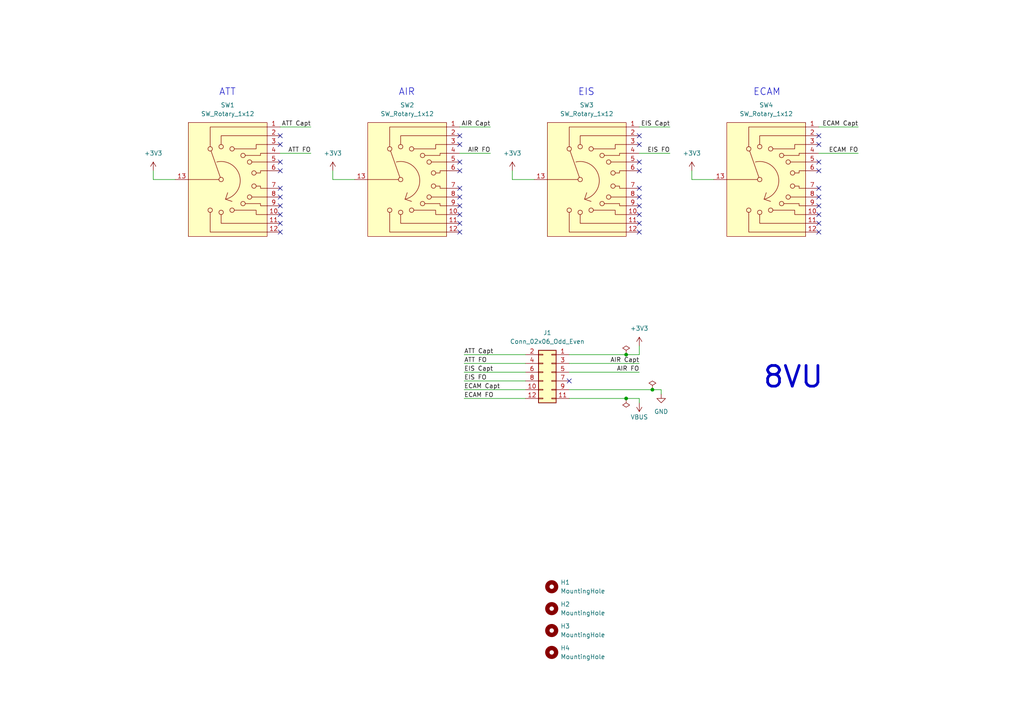
<source format=kicad_sch>
(kicad_sch (version 20231120) (generator "eeschema") (generator_version "8.0")
  (paper "A4")
  (lib_symbols
    (symbol "+3V3_1" (power) (pin_numbers hide) (pin_names (offset 0) hide)
      (property "Value" "+3V3" (at 0 3.556 0))
      (symbol "+3V3_1_0_1"
        (polyline (pts (xy -0.762 1.27) (xy 0 2.54)))
        (polyline (pts (xy 0 0) (xy 0 2.54)))
        (polyline (pts (xy 0 2.54) (xy 0.762 1.27)))
      )
      (symbol "+3V3_1_1_1"
        (pin power_in line (at 0 0 90) (length 0) (name "~") (number "1"))
      )
    )
    (symbol "+3V3_2" (power) (pin_numbers hide) (pin_names (offset 0) hide)
      (property "Value" "+3V3" (at 0 3.556 0))
      (symbol "+3V3_2_0_1"
        (polyline (pts (xy -0.762 1.27) (xy 0 2.54)))
        (polyline (pts (xy 0 0) (xy 0 2.54)))
        (polyline (pts (xy 0 2.54) (xy 0.762 1.27)))
      )
      (symbol "+3V3_2_1_1"
        (pin power_in line (at 0 0 90) (length 0) (name "~") (number "1"))
      )
    )
    (symbol "+3V3_3" (power) (pin_numbers hide) (pin_names (offset 0) hide)
      (property "Value" "+3V3" (at 0 3.556 0))
      (symbol "+3V3_3_0_1"
        (polyline (pts (xy -0.762 1.27) (xy 0 2.54)))
        (polyline (pts (xy 0 0) (xy 0 2.54)))
        (polyline (pts (xy 0 2.54) (xy 0.762 1.27)))
      )
      (symbol "+3V3_3_1_1"
        (pin power_in line (at 0 0 90) (length 0) (name "~") (number "1"))
      )
    )
    (symbol "+3V3_4" (power) (pin_numbers hide) (pin_names (offset 0) hide)
      (property "Value" "+3V3" (at 0 3.556 0))
      (symbol "+3V3_4_0_1"
        (polyline (pts (xy -0.762 1.27) (xy 0 2.54)))
        (polyline (pts (xy 0 0) (xy 0 2.54)))
        (polyline (pts (xy 0 2.54) (xy 0.762 1.27)))
      )
      (symbol "+3V3_4_1_1"
        (pin power_in line (at 0 0 90) (length 0) (name "~") (number "1"))
      )
    )
    (symbol "Connector_Generic:Conn_02x06_Odd_Even" (pin_names (offset 1.016) hide)
      (property "Reference" "J" (at 1.27 7.62 0))
      (property "Value" "Conn_02x06_Odd_Even" (at 1.27 -10.16 0))
      (symbol "Conn_02x06_Odd_Even_1_1"
        (rectangle (start -1.27 -7.493) (end 0 -7.747) (stroke (width 0.1524)))
        (rectangle (start -1.27 -4.953) (end 0 -5.207) (stroke (width 0.1524)))
        (rectangle (start -1.27 -2.413) (end 0 -2.667) (stroke (width 0.1524)))
        (rectangle (start -1.27 0.127) (end 0 -0.127) (stroke (width 0.1524)))
        (rectangle (start -1.27 2.667) (end 0 2.413) (stroke (width 0.1524)))
        (rectangle (start -1.27 5.207) (end 0 4.953) (stroke (width 0.1524)))
        (rectangle (start -1.27 6.35) (end 3.81 -8.89) (stroke (width 0.254)) (fill (type background)))
        (rectangle (start 3.81 -7.493) (end 2.54 -7.747) (stroke (width 0.1524)))
        (rectangle (start 3.81 -4.953) (end 2.54 -5.207) (stroke (width 0.1524)))
        (rectangle (start 3.81 -2.413) (end 2.54 -2.667) (stroke (width 0.1524)))
        (rectangle (start 3.81 0.127) (end 2.54 -0.127) (stroke (width 0.1524)))
        (rectangle (start 3.81 2.667) (end 2.54 2.413) (stroke (width 0.1524)))
        (rectangle (start 3.81 5.207) (end 2.54 4.953) (stroke (width 0.1524)))
        (pin passive line (at -5.08 5.08 0) (length 3.81) (name "Pin_1") (number "1"))
        (pin passive line (at 7.62 -5.08 180) (length 3.81) (name "Pin_10") (number "10"))
        (pin passive line (at -5.08 -7.62 0) (length 3.81) (name "Pin_11") (number "11"))
        (pin passive line (at 7.62 -7.62 180) (length 3.81) (name "Pin_12") (number "12"))
        (pin passive line (at 7.62 5.08 180) (length 3.81) (name "Pin_2") (number "2"))
        (pin passive line (at -5.08 2.54 0) (length 3.81) (name "Pin_3") (number "3"))
        (pin passive line (at 7.62 2.54 180) (length 3.81) (name "Pin_4") (number "4"))
        (pin passive line (at -5.08 0 0) (length 3.81) (name "Pin_5") (number "5"))
        (pin passive line (at 7.62 0 180) (length 3.81) (name "Pin_6") (number "6"))
        (pin passive line (at -5.08 -2.54 0) (length 3.81) (name "Pin_7") (number "7"))
        (pin passive line (at 7.62 -2.54 180) (length 3.81) (name "Pin_8") (number "8"))
        (pin passive line (at -5.08 -5.08 0) (length 3.81) (name "Pin_9") (number "9"))
      )
    )
    (symbol "Mechanical:MountingHole" (pin_names (offset 1.016))
      (property "Reference" "H" (at 0 5.08 0))
      (property "Value" "MountingHole" (at 0 3.175 0))
      (symbol "MountingHole_0_1"
        (circle (center 0 0) (radius 1.27) (stroke (width 1.27)))
      )
    )
    (symbol "Switch:SW_Rotary_1x12" (pin_names (offset 1.016) hide)
      (property "Reference" "SW" (at 0 17.78 0))
      (property "Value" "SW_Rotary_1x12" (at 0 -17.78 0))
      (symbol "SW_Rotary_1x12_0_0"
        (circle (center -5.08 -8.89) (radius 0.635))
        (circle (center -5.08 8.89) (radius 0.635))
        (circle (center -1.905 -9.525) (radius 0.635))
        (circle (center -1.905 0) (radius 0.635))
        (circle (center -1.905 9.525) (radius 0.635))
        (arc (start -0.635 -5.715) (mid 3.4777 0.949) (end -3.175 5.08))
        (polyline (pts (xy -2.1336 0.6096) (xy -4.826 8.2804)))
        (polyline (pts (xy -0.635 -5.715) (xy 0 -3.81)))
        (polyline (pts (xy -0.635 -5.715) (xy 1.27 -6.35)))
        (polyline (pts (xy 6.985 -5.08) (xy 11.43 -5.08)))
        (polyline (pts (xy 6.985 5.08) (xy 11.43 5.08)))
        (polyline (pts (xy -5.08 -9.525) (xy -5.08 -15.24) (xy 11.43 -15.24)))
        (polyline (pts (xy -5.08 9.525) (xy -5.08 15.24) (xy 11.43 15.24)))
        (polyline (pts (xy -1.905 -10.16) (xy -1.905 -12.7) (xy 11.43 -12.7)))
        (polyline (pts (xy -1.905 10.16) (xy -1.905 12.7) (xy 11.43 12.7)))
        (polyline (pts (xy 1.905 -8.89) (xy 8.255 -8.89) (xy 8.255 -10.16) (xy 11.43 -10.16)))
        (polyline (pts (xy 1.905 8.89) (xy 8.255 8.89) (xy 8.255 10.16) (xy 11.43 10.16)))
        (polyline (pts (xy 5.08 -6.985) (xy 9.525 -6.985) (xy 9.525 -7.62) (xy 11.43 -7.62)))
        (polyline (pts (xy 5.08 6.985) (xy 9.525 6.985) (xy 9.525 7.62) (xy 11.43 7.62)))
        (polyline (pts (xy 8.255 -1.905) (xy 9.525 -1.905) (xy 9.525 -2.54) (xy 11.43 -2.54)))
        (polyline (pts (xy 8.255 1.905) (xy 9.525 1.905) (xy 9.525 2.54) (xy 11.43 2.54)))
        (circle (center 1.27 -8.89) (radius 0.635))
        (circle (center 1.27 8.89) (radius 0.635))
        (circle (center 4.445 -6.985) (radius 0.635))
        (circle (center 4.445 6.985) (radius 0.635))
        (circle (center 6.35 -5.08) (radius 0.635))
        (circle (center 6.35 5.08) (radius 0.635))
        (circle (center 7.62 -1.905) (radius 0.635))
        (circle (center 7.62 1.905) (radius 0.635))
      )
      (symbol "SW_Rotary_1x12_1_1"
        (rectangle (start -11.43 16.51) (end 11.43 -16.51) (fill (type background)))
        (polyline (pts (xy -11.43 0) (xy -2.54 0)))
        (pin passive line (at 15.24 15.24 180) (length 3.81) (name "1") (number "1"))
        (pin passive line (at 15.24 -10.16 180) (length 3.81) (name "10") (number "10"))
        (pin passive line (at 15.24 -12.7 180) (length 3.81) (name "11") (number "11"))
        (pin passive line (at 15.24 -15.24 180) (length 3.81) (name "12") (number "12"))
        (pin passive line (at -15.24 0 0) (length 3.81) (name "13") (number "13"))
        (pin passive line (at 15.24 12.7 180) (length 3.81) (name "2") (number "2"))
        (pin passive line (at 15.24 10.16 180) (length 3.81) (name "3") (number "3"))
        (pin passive line (at 15.24 7.62 180) (length 3.81) (name "4") (number "4"))
        (pin passive line (at 15.24 5.08 180) (length 3.81) (name "5") (number "5"))
        (pin passive line (at 15.24 2.54 180) (length 3.81) (name "6") (number "6"))
        (pin passive line (at 15.24 -2.54 180) (length 3.81) (name "7") (number "7"))
        (pin passive line (at 15.24 -5.08 180) (length 3.81) (name "8") (number "8"))
        (pin passive line (at 15.24 -7.62 180) (length 3.81) (name "9") (number "9"))
      )
    )
    (symbol "power:+3V3" (power) (pin_numbers hide) (pin_names (offset 0) hide)
      (property "Value" "+3V3" (at 0 3.556 0))
      (symbol "+3V3_0_1"
        (polyline (pts (xy -0.762 1.27) (xy 0 2.54)))
        (polyline (pts (xy 0 0) (xy 0 2.54)))
        (polyline (pts (xy 0 2.54) (xy 0.762 1.27)))
      )
      (symbol "+3V3_1_1"
        (pin power_in line (at 0 0 90) (length 0) (name "~") (number "1"))
      )
    )
    (symbol "power:GND" (power) (pin_numbers hide) (pin_names (offset 0) hide)
      (property "Value" "GND" (at 0 -3.81 0))
      (symbol "GND_0_1"
        (polyline (pts (xy 0 0) (xy 0 -1.27) (xy 1.27 -1.27) (xy 0 -2.54) (xy -1.27 -1.27) (xy 0 -1.27)))
      )
      (symbol "GND_1_1"
        (pin power_in line (at 0 0 270) (length 0) (name "~") (number "1"))
      )
    )
    (symbol "power:PWR_FLAG" (power) (pin_numbers hide) (pin_names (offset 0) hide)
      (property "Value" "PWR_FLAG" (at 0 3.81 0))
      (symbol "PWR_FLAG_0_0"
        (pin power_out line (at 0 0 90) (length 0) (name "~") (number "1"))
      )
      (symbol "PWR_FLAG_0_1"
        (polyline (pts (xy 0 0) (xy 0 1.27) (xy -1.016 1.905) (xy 0 2.54) (xy 1.016 1.905) (xy 0 1.27)))
      )
    )
    (symbol "power:VBUS" (power) (pin_numbers hide) (pin_names (offset 0) hide)
      (property "Value" "VBUS" (at 0 3.556 0))
      (symbol "VBUS_0_1"
        (polyline (pts (xy -0.762 1.27) (xy 0 2.54)))
        (polyline (pts (xy 0 0) (xy 0 2.54)))
        (polyline (pts (xy 0 2.54) (xy 0.762 1.27)))
      )
      (symbol "VBUS_1_1"
        (pin power_in line (at 0 0 90) (length 0) (name "~") (number "1"))
      )
    )
  )
  (junction (at 189.23 113.03))
  (junction (at 181.61 102.87))
  (junction (at 181.61 115.57))
  (no_connect (at 185.42 62.23))
  (no_connect (at 185.42 57.15))
  (no_connect (at 133.35 41.91))
  (no_connect (at 81.28 67.31))
  (no_connect (at 237.49 62.23))
  (no_connect (at 237.49 49.53))
  (no_connect (at 81.28 57.15))
  (no_connect (at 237.49 64.77))
  (no_connect (at 185.42 46.99))
  (no_connect (at 133.35 67.31))
  (no_connect (at 237.49 46.99))
  (no_connect (at 185.42 59.69))
  (no_connect (at 81.28 46.99))
  (no_connect (at 237.49 57.15))
  (no_connect (at 81.28 59.69))
  (no_connect (at 133.35 46.99))
  (no_connect (at 133.35 57.15))
  (no_connect (at 133.35 59.69))
  (no_connect (at 185.42 67.31))
  (no_connect (at 237.49 59.69))
  (no_connect (at 237.49 39.37))
  (no_connect (at 81.28 49.53))
  (no_connect (at 185.42 54.61))
  (no_connect (at 185.42 64.77))
  (no_connect (at 81.28 64.77))
  (no_connect (at 133.35 54.61))
  (no_connect (at 81.28 62.23))
  (no_connect (at 81.28 54.61))
  (no_connect (at 81.28 39.37))
  (no_connect (at 237.49 67.31))
  (no_connect (at 133.35 62.23))
  (no_connect (at 81.28 41.91))
  (no_connect (at 237.49 41.91))
  (no_connect (at 133.35 64.77))
  (no_connect (at 133.35 49.53))
  (no_connect (at 185.42 41.91))
  (no_connect (at 185.42 49.53))
  (no_connect (at 237.49 54.61))
  (no_connect (at 165.1 110.49))
  (no_connect (at 133.35 39.37))
  (no_connect (at 185.42 39.37))
  (wire (pts (xy 165.1 115.57) (xy 181.61 115.57)))
  (wire (pts (xy 185.42 116.84) (xy 185.42 115.57)))
  (wire (pts (xy 165.1 113.03) (xy 189.23 113.03)))
  (wire (pts (xy 181.61 115.57) (xy 185.42 115.57)))
  (wire (pts (xy 165.1 107.95) (xy 185.42 107.95)))
  (wire (pts (xy 44.45 49.53) (xy 44.45 52.07)))
  (wire (pts (xy 165.1 102.87) (xy 181.61 102.87)))
  (wire (pts (xy 134.62 113.03) (xy 152.4 113.03)))
  (wire (pts (xy 191.77 113.03) (xy 191.77 114.3)))
  (wire (pts (xy 134.62 105.41) (xy 152.4 105.41)))
  (wire (pts (xy 237.49 44.45) (xy 248.92 44.45)))
  (wire (pts (xy 237.49 36.83) (xy 248.92 36.83)))
  (wire (pts (xy 44.45 52.07) (xy 50.8 52.07)))
  (wire (pts (xy 81.28 36.83) (xy 90.17 36.83)))
  (wire (pts (xy 134.62 107.95) (xy 152.4 107.95)))
  (wire (pts (xy 96.52 49.53) (xy 96.52 52.07)))
  (wire (pts (xy 134.62 115.57) (xy 152.4 115.57)))
  (wire (pts (xy 81.28 44.45) (xy 90.17 44.45)))
  (wire (pts (xy 185.42 36.83) (xy 194.31 36.83)))
  (wire (pts (xy 181.61 102.87) (xy 185.42 102.87)))
  (wire (pts (xy 133.35 44.45) (xy 142.24 44.45)))
  (wire (pts (xy 185.42 100.33) (xy 185.42 102.87)))
  (wire (pts (xy 148.59 49.53) (xy 148.59 52.07)))
  (wire (pts (xy 148.59 52.07) (xy 154.94 52.07)))
  (wire (pts (xy 200.66 52.07) (xy 207.01 52.07)))
  (wire (pts (xy 134.62 110.49) (xy 152.4 110.49)))
  (wire (pts (xy 133.35 36.83) (xy 142.24 36.83)))
  (wire (pts (xy 96.52 52.07) (xy 102.87 52.07)))
  (wire (pts (xy 185.42 44.45) (xy 194.31 44.45)))
  (wire (pts (xy 134.62 102.87) (xy 152.4 102.87)))
  (wire (pts (xy 200.66 49.53) (xy 200.66 52.07)))
  (wire (pts (xy 165.1 105.41) (xy 185.42 105.41)))
  (wire (pts (xy 189.23 113.03) (xy 191.77 113.03)))
  (text "AIR" (at 115.57 27.94 0) (effects (font (size 2 2)) (justify left bottom)))
  (text "8VU" (at 220.98 113.03 0) (effects (font (size 6 6) (thickness 0.8) (bold yes)) (justify left bottom)))
  (text "EIS" (at 167.64 27.94 0) (effects (font (size 2 2)) (justify left bottom)))
  (text "ECAM" (at 218.44 27.94 0) (effects (font (size 2 2)) (justify left bottom)))
  (text "ATT" (at 63.5 27.94 0) (effects (font (size 2 2)) (justify left bottom)))
  (label "EIS FO" (at 134.62 110.49 0))
  (label "AIR FO" (at 142.24 44.45 180))
  (label "ATT Capt" (at 90.17 36.83 180))
  (label "ECAM Capt" (at 134.62 113.03 0))
  (label "AIR Capt" (at 185.42 105.41 180))
  (label "ECAM Capt" (at 248.92 36.83 180))
  (label "EIS Capt" (at 194.31 36.83 180))
  (label "ATT FO" (at 134.62 105.41 0))
  (label "ECAM FO" (at 134.62 115.57 0))
  (label "AIR FO" (at 185.42 107.95 180))
  (label "EIS Capt" (at 134.62 107.95 0))
  (label "ECAM FO" (at 248.92 44.45 180))
  (label "AIR Capt" (at 142.24 36.83 180))
  (label "ATT FO" (at 90.17 44.45 180))
  (label "ATT Capt" (at 134.62 102.87 0))
  (label "EIS FO" (at 194.31 44.45 180))
  (symbol (lib_id "power:PWR_FLAG") (at 181.61 115.57 180) (unit 1)
    (property "Reference" "#FLG02" (effects (hide yes)))
    (property "Value" "PWR_FLAG" (effects (hide yes)))
    (property "Description" "Special symbol for telling ERC where power comes from" (effects (hide yes)))
  )
  (symbol (lib_id "power:VBUS") (at 185.42 116.84 180) (unit 1)
    (property "Reference" "#PWR012" (effects (hide yes)))
    (property "Value" "VBUS" (at 185.42 120.9731 0))
    (property "Description" "Power symbol creates a global label with name \"VBUS\"" (effects (hide yes)))
  )
  (symbol (lib_id "Mechanical:MountingHole") (at 160.02 182.88 0) (unit 1) (in_bom no)
    (property "Reference" "H3" (at 162.56 181.61 0) (effects (justify left)))
    (property "Value" "MountingHole" (at 162.56 184.15 0) (effects (justify left)))
    (property "Footprint" "MountingHole:MountingHole_2.2mm_M2" (effects (hide yes)))
  )
  (symbol (lib_id "Switch:SW_Rotary_1x12") (at 222.25 52.07 0) (unit 1)
    (property "Reference" "SW4" (at 222.25 30.48 0))
    (property "Value" "SW_Rotary_1x12" (at 222.25 33.02 0))
    (property "Footprint" "NiasStuff:C&K_Rotary_Switches" (effects (hide yes)))
    (property "Datasheet" "https://www.mouser.de/datasheet/2/240/arotary-3050724.pdf" (effects (hide yes)))
    (property "JLCPCB Part" "N/A" (effects (hide yes)))
    (property "Manufracturer" "C&K" (effects (hide yes)))
    (property "Manufracturer Part Number" "A12505RNZQ " (effects (hide yes)))
  )
  (symbol (lib_id "power:PWR_FLAG") (at 189.23 113.03 0) (unit 1)
    (property "Reference" "#FLG03" (effects (hide yes)))
    (property "Value" "PWR_FLAG" (effects (hide yes)))
    (property "Description" "Special symbol for telling ERC where power comes from" (effects (hide yes)))
  )
  (symbol (lib_id "Switch:SW_Rotary_1x12") (at 170.18 52.07 0) (unit 1)
    (property "Reference" "SW3" (at 170.18 30.48 0))
    (property "Value" "SW_Rotary_1x12" (at 170.18 33.02 0))
    (property "Footprint" "NiasStuff:C&K_Rotary_Switches" (effects (hide yes)))
    (property "Datasheet" "https://www.mouser.de/datasheet/2/240/arotary-3050724.pdf" (effects (hide yes)))
    (property "JLCPCB Part" "N/A" (effects (hide yes)))
    (property "Manufracturer" "C&K" (effects (hide yes)))
    (property "Manufracturer Part Number" "A12505RNZQ " (effects (hide yes)))
  )
  (symbol (lib_id "Switch:SW_Rotary_1x12") (at 118.11 52.07 0) (unit 1)
    (property "Reference" "SW2" (at 118.11 30.48 0))
    (property "Value" "SW_Rotary_1x12" (at 118.11 33.02 0))
    (property "Footprint" "NiasStuff:C&K_Rotary_Switches" (effects (hide yes)))
    (property "Datasheet" "https://www.mouser.de/datasheet/2/240/arotary-3050724.pdf" (effects (hide yes)))
    (property "JLCPCB Part" "N/A" (effects (hide yes)))
    (property "Manufracturer" "C&K" (effects (hide yes)))
    (property "Manufracturer Part Number" "A12505RNZQ " (effects (hide yes)))
  )
  (symbol (lib_id "power:PWR_FLAG") (at 181.61 102.87 0) (unit 1)
    (property "Reference" "#FLG01" (effects (hide yes)))
    (property "Value" "PWR_FLAG" (effects (hide yes)))
    (property "Description" "Special symbol for telling ERC where power comes from" (effects (hide yes)))
  )
  (symbol (lib_id "power:GND") (at 191.77 114.3 0) (unit 1)
    (property "Reference" "#PWR013" (effects (hide yes)))
    (property "Value" "GND" (at 191.77 119.38 0))
    (property "Description" "Power symbol creates a global label with name \"GND\" , ground" (effects (hide yes)))
  )
  (symbol (lib_id "Mechanical:MountingHole") (at 160.02 189.23 0) (unit 1) (in_bom no)
    (property "Reference" "H4" (at 162.56 187.96 0) (effects (justify left)))
    (property "Value" "MountingHole" (at 162.56 190.5 0) (effects (justify left)))
    (property "Footprint" "MountingHole:MountingHole_2.2mm_M2" (effects (hide yes)))
  )
  (symbol (lib_id "Switch:SW_Rotary_1x12") (at 66.04 52.07 0) (unit 1)
    (property "Reference" "SW1" (at 66.04 30.48 0))
    (property "Value" "SW_Rotary_1x12" (at 66.04 33.02 0))
    (property "Footprint" "NiasStuff:C&K_Rotary_Switches" (effects (hide yes)))
    (property "Datasheet" "https://www.mouser.de/datasheet/2/240/arotary-3050724.pdf" (effects (hide yes)))
    (property "JLCPCB Part" "N/A" (effects (hide yes)))
    (property "Manufracturer" "C&K" (effects (hide yes)))
    (property "Manufracturer Part Number" "A12505RNZQ " (effects (hide yes)))
  )
  (symbol (lib_name "+3V3_1") (lib_id "power:+3V3") (at 185.42 100.33 0) (unit 1)
    (property "Reference" "#PWR011" (effects (hide yes)))
    (property "Value" "+3V3" (at 185.42 95.25 0))
    (property "Description" "Power symbol creates a global label with name \"+3V3\"" (effects (hide yes)))
  )
  (symbol (lib_id "Connector_Generic:Conn_02x06_Odd_Even") (at 160.02 107.95 0) (mirror y) (unit 1)
    (property "Reference" "J1" (at 158.75 96.52 0))
    (property "Value" "Conn_02x06_Odd_Even" (at 158.75 99.06 0))
    (property "Footprint" "Connector_IDC:IDC-Header_2x06_P2.54mm_Vertical" (effects (hide yes)))
    (property "Datasheet" "https://www.lcsc.com/datasheet/lcsc_datasheet_2304140030_BOOMELE-Boom-Precision-Elec-2-54-2-6P_C9136.pdf" (effects (hide yes)))
    (property "JLCPCB Part" "C9136" (effects (hide yes)))
    (property "Manufracturer" "BOOMELE(Boom Precision Elec)" (effects (hide yes)))
    (property "Manufracturer Part Number" "2.54-2*6P" (effects (hide yes)))
  )
  (symbol (lib_id "Mechanical:MountingHole") (at 160.02 176.53 0) (unit 1) (in_bom no)
    (property "Reference" "H2" (at 162.56 175.26 0) (effects (justify left)))
    (property "Value" "MountingHole" (at 162.56 177.8 0) (effects (justify left)))
    (property "Footprint" "MountingHole:MountingHole_2.2mm_M2" (effects (hide yes)))
  )
  (symbol (lib_name "+3V3_2") (lib_id "power:+3V3") (at 148.59 49.53 0) (unit 1)
    (property "Reference" "#PWR03" (effects (hide yes)))
    (property "Value" "+3V3" (at 148.59 44.45 0))
    (property "Description" "Power symbol creates a global label with name \"+3V3\"" (effects (hide yes)))
  )
  (symbol (lib_id "Mechanical:MountingHole") (at 160.02 170.18 0) (unit 1) (in_bom no)
    (property "Reference" "H1" (at 162.56 168.91 0) (effects (justify left)))
    (property "Value" "MountingHole" (at 162.56 171.45 0) (effects (justify left)))
    (property "Footprint" "MountingHole:MountingHole_2.2mm_M2" (effects (hide yes)))
  )
  (symbol (lib_name "+3V3_4") (lib_id "power:+3V3") (at 96.52 49.53 0) (unit 1)
    (property "Reference" "#PWR02" (effects (hide yes)))
    (property "Value" "+3V3" (at 96.52 44.45 0))
    (property "Description" "Power symbol creates a global label with name \"+3V3\"" (effects (hide yes)))
  )
  (symbol (lib_id "power:+3V3") (at 44.45 49.53 0) (unit 1)
    (property "Reference" "#PWR01" (effects (hide yes)))
    (property "Value" "+3V3" (at 44.45 44.45 0))
    (property "Description" "Power symbol creates a global label with name \"+3V3\"" (effects (hide yes)))
  )
  (symbol (lib_name "+3V3_3") (lib_id "power:+3V3") (at 200.66 49.53 0) (unit 1)
    (property "Reference" "#PWR04" (effects (hide yes)))
    (property "Value" "+3V3" (at 200.66 44.45 0))
    (property "Description" "Power symbol creates a global label with name \"+3V3\"" (effects (hide yes)))
  )
)
</source>
